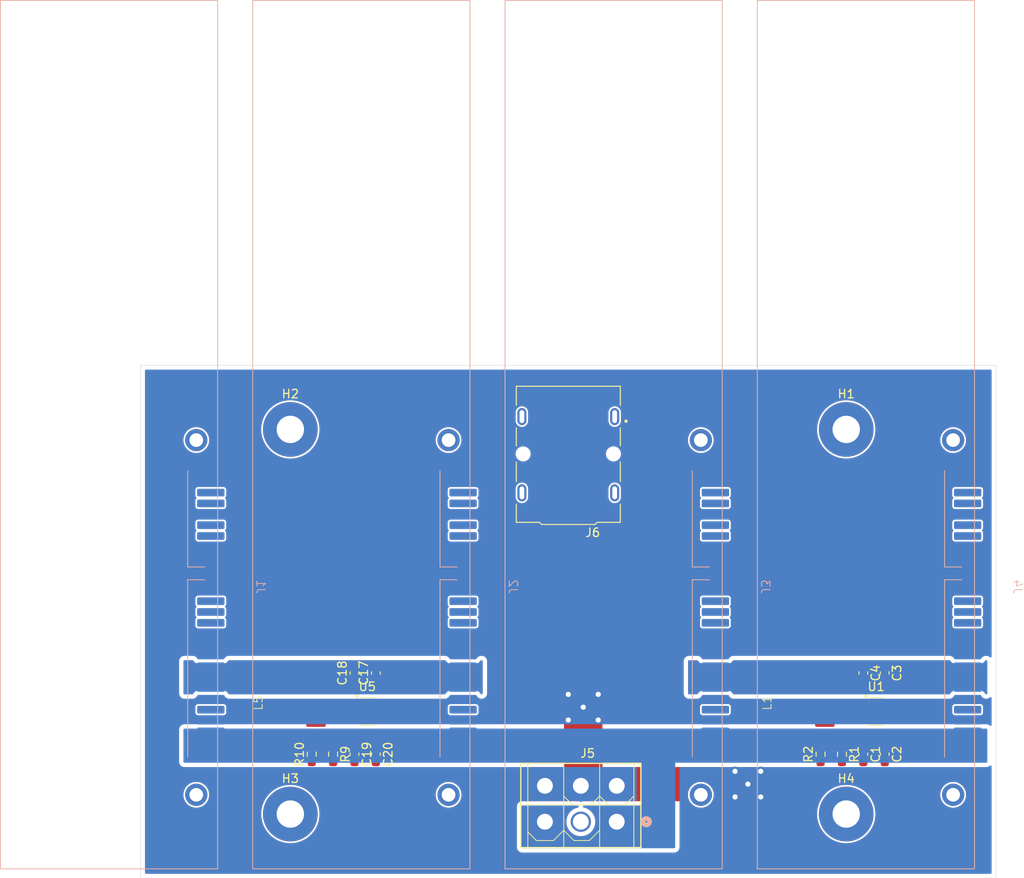
<source format=kicad_pcb>
(kicad_pcb (version 20241229) (generator "pcbnew") (generator_version "9.0")
  (layers (0 "F.Cu" signal) (2 "B.Cu" signal) (13 "F.Paste" user) (15 "B.Paste" user) (5 "F.SilkS" user "F.Silkscreen") (7 "B.SilkS" user "B.Silkscreen") (1 "F.Mask" user) (3 "B.Mask" user) (25 "Edge.Cuts" user))
  (net 0 "")
  (net 1 "GND")
  (net 2 "+5V_1")
  (net 3 "/S1_B+")
  (net 4 "/S1_B-")
  (net 5 "+3.3V")
  (net 6 "+12V")
  (net 8 "/S1_A+")
  (net 9 "/S1_A-")
  (net 10 "/S2_A+")
  (net 11 "+5V_2")
  (net 12 "/S2_B-")
  (net 14 "/S2_A-")
  (net 15 "/S2_B+")
  (net 17 "/S3_B-")
  (net 18 "/S3_A-")
  (net 19 "/S3_A+")
  (net 20 "/S3_B+")
  (net 21 "Net-(U1-VBST)")
  (net 23 "/S4_A-")
  (net 24 "/S4_B+")
  (net 25 "/S4_A+")
  (net 26 "/S4_B-")
  (net 27 "Net-(U1-SW)")
  (net 28 "Net-(U5-VBST)")
  (net 29 "Net-(U5-SW)")
  (net 30 "Net-(U1-VFB)")
  (net 31 "Net-(U5-VFB)")
  (footprint "MountingHole:MountingHole_3.2mm_M3_Pad" (layer "F.Cu") (at 155 120)
    (property "Reference" "H3" (at 0 -4.15 0) (layer "F.SilkS"))
    (property "Value" "MountingHole")
    (pad "1" thru_hole circle (at 0 0) (size 6.4 6.4) (drill 3.2) (layers "*.Cu" "*.Mask"))
  )
  (footprint "Capacitor_SMD:C_0603_1608Metric_Pad1.08x0.95mm_HandSolder" (layer "F.Cu") (at 222 103.5 -90)
    (property "Reference" "C4" (at 0 -1.43 90) (layer "F.SilkS"))
    (property "Value" "22uF")
    (fp_line (start -0.146267 0.51) (end 0.146267 0.51) (stroke (width 0.12)) (layer "F.SilkS"))
    (fp_line (start -0.146267 -0.51) (end 0.146267 -0.51) (stroke (width 0.12)) (layer "F.SilkS"))
    (pad "1" smd roundrect (at -0.8625 0 270) (size 1.075 0.95) (layers "F.Cu" "F.Mask" "F.Paste") (net 1 "GND"))
    (pad "2" smd roundrect (at 0.8625 0 270) (size 1.075 0.95) (layers "F.Cu" "F.Mask" "F.Paste") (net 11 "+5V_2"))
  )
  (footprint "00-Local:SL0420" (layer "F.Cu") (at 217.5 107 90)
    (property "Reference" "L1" (at 0 -6.75 90) (layer "F.SilkS") (effects (font (thickness 0.1))))
    (property "Value" "3.3uH 20mOhm")
    (pad "1" smd roundrect (at -2.1 0 90) (size 1.4 2.3) (layers "F.Cu" "F.Mask" "F.Paste") (roundrect_rratio 0.15) (net 27 "Net-(U1-SW)"))
    (pad "2" smd roundrect (at 2.1 0 90) (size 1.4 2.3) (layers "F.Cu" "F.Mask" "F.Paste") (roundrect_rratio 0.15) (net 11 "+5V_2"))
  )
  (footprint "MountingHole:MountingHole_3.2mm_M3_Pad" (layer "F.Cu") (at 220 75)
    (property "Reference" "H1" (at 0 -4.15 0) (layer "F.SilkS"))
    (property "Value" "MountingHole")
    (pad "1" thru_hole circle (at 0 0) (size 6.4 6.4) (drill 3.2) (layers "*.Cu" "*.Mask"))
  )
  (footprint "00-Local:AMPHENOL_G40H3132212HR" (layer "F.Cu") (at 187.5 78.5 180)
    (property "Reference" "J6" (at -2.8575 -8.5725 0) (layer "F.SilkS"))
    (property "Value" "G40H3132212HR")
    (fp_line (start 6.08 6.314) (end 6.08 8.55) (stroke (width 0.127)) (layer "F.SilkS"))
    (fp_line (start 6.08 1.574) (end 6.08 3.686) (stroke (width 0.127)) (layer "F.SilkS"))
    (fp_line (start 6.08 -2.606) (end 6.08 -0.304) (stroke (width 0.127)) (layer "F.SilkS"))
    (fp_line (start 6.08 -7.37) (end 6.08 -5.234) (stroke (width 0.127)) (layer "F.SilkS"))
    (fp_line (start 3.375 -7.37) (end 6.08 -7.37) (stroke (width 0.127)) (layer "F.SilkS"))
    (fp_line (start 3.125 -7.62) (end 3.375 -7.37) (stroke (width 0.127)) (layer "F.SilkS"))
    (fp_line (start -3.125 -7.62) (end 3.125 -7.62) (stroke (width 0.127)) (layer "F.SilkS"))
    (fp_line (start -3.375 -7.37) (end -3.125 -7.62) (stroke (width 0.127)) (layer "F.SilkS"))
    (fp_line (start -6.08 8.55) (end 6.08 8.55) (stroke (width 0.127)) (layer "F.SilkS"))
    (fp_line (start -6.08 6.314) (end -6.08 8.55) (stroke (width 0.127)) (layer "F.SilkS"))
    (fp_line (start -6.08 1.574) (end -6.08 3.686) (stroke (width 0.127)) (layer "F.SilkS"))
    (fp_line (start -6.08 -2.606) (end -6.08 -0.304) (stroke (width 0.127)) (layer "F.SilkS"))
    (fp_line (start -6.08 -7.37) (end -3.375 -7.37) (stroke (width 0.127)) (layer "F.SilkS"))
    (fp_line (start -6.08 -7.37) (end -6.08 -5.234) (stroke (width 0.127)) (layer "F.SilkS"))
    (fp_circle (center -6.75 4.465) (end -6.65 4.465) (stroke (width 0.2)) (fill no) (layer "F.SilkS"))
    (pad "" np_thru_hole circle (at -5.28 0.635 180) (size 1.25 1.25) (drill 1.25) (layers "*.Cu" "*.Mask"))
    (pad "" np_thru_hole circle (at 5.28 0.635 180) (size 1.25 1.25) (drill 1.25) (layers "*.Cu" "*.Mask"))
    (pad "A1" smd rect (at -3 4.465 180) (size 0.35 1.2) (layers "F.Cu" "F.Mask" "F.Paste"))
    (pad "A2" smd rect (at -2.25 4.465 180) (size 0.35 1.2) (layers "F.Cu" "F.Mask" "F.Paste"))
    (pad "A3" smd rect (at -1.5 4.465 180) (size 0.35 1.2) (layers "F.Cu" "F.Mask" "F.Paste") (net 1 "GND"))
    (pad "A4" smd rect (at -0.75 4.465 180) (size 0.35 1.2) (layers "F.Cu" "F.Mask" "F.Paste") (net 4 "/S1_B-"))
    (pad "A5" smd rect (at 0 4.465 180) (size 0.35 1.2) (layers "F.Cu" "F.Mask" "F.Paste") (net 3 "/S1_B+"))
    (pad "A6" smd rect (at 0.75 4.465 180) (size 0.35 1.2) (layers "F.Cu" "F.Mask" "F.Paste") (net 1 "GND"))
    (pad "A7" smd rect (at 1.5 4.465 180) (size 0.35 1.2) (layers "F.Cu" "F.Mask" "F.Paste") (net 17 "/S3_B-"))
    (pad "A8" smd rect (at 2.25 4.465 180) (size 0.35 1.2) (layers "F.Cu" "F.Mask" "F.Paste") (net 20 "/S3_B+"))
    (pad "A9" smd rect (at 3 4.465 180) (size 0.35 1.2) (layers "F.Cu" "F.Mask" "F.Paste") (net 1 "GND"))
    (pad "B1" smd rect (at -3 1.765 180) (size 0.35 1.2) (layers "F.Cu" "F.Mask" "F.Paste"))
    (pad "B2" smd rect (at -2.25 1.765 180) (size 0.35 1.2) (layers "F.Cu" "F.Mask" "F.Paste"))
    (pad "B3" smd rect (at -1.5 1.765 180) (size 0.35 1.2) (layers "F.Cu" "F.Mask" "F.Paste") (net 1 "GND"))
    (pad "B4" smd rect (at -0.75 1.765 180) (size 0.35 1.2) (layers "F.Cu" "F.Mask" "F.Paste") (net 25 "/S4_A+"))
    (pad "B5" smd rect (at 0 1.765 180) (size 0.35 1.2) (layers "F.Cu" "F.Mask" "F.Paste") (net 23 "/S4_A-"))
    (pad "B6" smd rect (at 0.75 1.765 180) (size 0.35 1.2) (layers "F.Cu" "F.Mask" "F.Paste") (net 1 "GND"))
    (pad "B7" smd rect (at 1.5 1.765 180) (size 0.35 1.2) (layers "F.Cu" "F.Mask" "F.Paste") (net 26 "/S4_B-"))
    (pad "B8" smd rect (at 2.25 1.765 180) (size 0.35 1.2) (layers "F.Cu" "F.Mask" "F.Paste") (net 24 "/S4_B+"))
    (pad "B9" smd rect (at 3 1.765 180) (size 0.35 1.2) (layers "F.Cu" "F.Mask" "F.Paste") (net 1 "GND"))
    (pad "C1" smd rect (at -3 -1.765 180) (size 0.35 1.2) (layers "F.Cu" "F.Mask" "F.Paste"))
    (pad "C2" smd rect (at -2.25 -1.765 180) (size 0.35 1.2) (layers "F.Cu" "F.Mask" "F.Paste"))
    (pad "C3" smd rect (at -1.5 -1.765 180) (size 0.35 1.2) (layers "F.Cu" "F.Mask" "F.Paste") (net 1 "GND"))
    (pad "C4" smd rect (at -0.75 -1.765 180) (size 0.35 1.2) (layers "F.Cu" "F.Mask" "F.Paste") (net 8 "/S1_A+"))
    (pad "C5" smd rect (at 0 -1.765 180) (size 0.35 1.2) (layers "F.Cu" "F.Mask" "F.Paste") (net 9 "/S1_A-"))
    (pad "C6" smd rect (at 0.75 -1.765 180) (size 0.35 1.2) (layers "F.Cu" "F.Mask" "F.Paste") (net 1 "GND"))
    (pad "C7" smd rect (at 1.5 -1.765 180) (size 0.35 1.2) (layers "F.Cu" "F.Mask" "F.Paste") (net 19 "/S3_A+"))
    (pad "C8" smd rect (at 2.25 -1.765 180) (size 0.35 1.2) (layers "F.Cu" "F.Mask" "F.Paste") (net 18 "/S3_A-"))
    (pad "C9" smd rect (at 3 -1.765 180) (size 0.35 1.2) (layers "F.Cu" "F.Mask" "F.Paste") (net 1 "GND"))
    (pad "D1" smd rect (at -3 -4.465 180) (size 0.35 1.2) (layers "F.Cu" "F.Mask" "F.Paste"))
    (pad "D2" smd rect (at -2.25 -4.465 180) (size 0.35 1.2) (layers "F.Cu" "F.Mask" "F.Paste"))
    (pad "D3" smd rect (at -1.5 -4.465 180) (size 0.35 1.2) (layers "F.Cu" "F.Mask" "F.Paste") (net 1 "GND"))
    (pad "D4" smd rect (at -0.75 -4.465 180) (size 0.35 1.2) (layers "F.Cu" "F.Mask" "F.Paste") (net 10 "/S2_A+"))
    (pad "D5" smd rect (at 0 -4.465 180) (size 0.35 1.2) (layers "F.Cu" "F.Mask" "F.Paste") (net 14 "/S2_A-"))
    (pad "D6" smd rect (at 0.75 -4.465 180) (size 0.35 1.2) (layers "F.Cu" "F.Mask" "F.Paste") (net 1 "GND"))
    (pad "D7" smd rect (at 1.5 -4.465 180) (size 0.35 1.2) (layers "F.Cu" "F.Mask" "F.Paste") (net 12 "/S2_B-"))
    (pad "D8" smd rect (at 2.25 -4.465 180) (size 0.35 1.2) (layers "F.Cu" "F.Mask" "F.Paste") (net 15 "/S2_B+"))
    (pad "D9" smd rect (at 3 -4.465 180) (size 0.35 1.2) (layers "F.Cu" "F.Mask" "F.Paste") (net 1 "GND"))
    (pad "SH1" thru_hole oval (at -5.425 -3.92 180) (size 1.05 2) (drill oval 0.55 1.5) (layers "*.Cu" "*.Mask"))
    (pad "SH2" thru_hole oval (at 5.425 -3.92 180) (size 1.05 2) (drill oval 0.55 1.5) (layers "*.Cu" "*.Mask"))
    (pad "SH3" thru_hole oval (at -5.425 5 180) (size 1.05 2) (drill oval 0.55 1.5) (layers "*.Cu" "*.Mask"))
    (pad "SH4" thru_hole oval (at 5.425 5 180) (size 1.05 2) (drill oval 0.55 1.5) (layers "*.Cu" "*.Mask"))
  )
  (footprint "Capacitor_SMD:C_0603_1608Metric_Pad1.08x0.95mm_HandSolder" (layer "F.Cu") (at 162.5 113 -90)
    (property "Reference" "C19" (at 0 -1.43 90) (layer "F.SilkS"))
    (property "Value" "10uF")
    (fp_line (start -0.146267 0.51) (end 0.146267 0.51) (stroke (width 0.12)) (layer "F.SilkS"))
    (fp_line (start -0.146267 -0.51) (end 0.146267 -0.51) (stroke (width 0.12)) (layer "F.SilkS"))
    (pad "1" smd roundrect (at -0.8625 0 270) (size 1.075 0.95) (layers "F.Cu" "F.Mask" "F.Paste") (net 6 "+12V"))
    (pad "2" smd roundrect (at 0.8625 0 270) (size 1.075 0.95) (layers "F.Cu" "F.Mask" "F.Paste") (net 1 "GND"))
  )
  (footprint "00-Local:SL0420" (layer "F.Cu") (at 158 107 90)
    (property "Reference" "L5" (at 0 -6.75 90) (layer "F.SilkS") (effects (font (thickness 0.1))))
    (property "Value" "3.3uH 20mOhm")
    (pad "1" smd roundrect (at -2.1 0 90) (size 1.4 2.3) (layers "F.Cu" "F.Mask" "F.Paste") (roundrect_rratio 0.15) (net 29 "Net-(U5-SW)"))
    (pad "2" smd roundrect (at 2.1 0 90) (size 1.4 2.3) (layers "F.Cu" "F.Mask" "F.Paste") (roundrect_rratio 0.15) (net 2 "+5V_1"))
  )
  (footprint "Capacitor_SMD:C_0603_1608Metric_Pad1.08x0.95mm_HandSolder" (layer "F.Cu") (at 224.5 113 -90)
    (property "Reference" "C2" (at 0 -1.43 90) (layer "F.SilkS"))
    (property "Value" "100nF")
    (fp_line (start -0.146267 0.51) (end 0.146267 0.51) (stroke (width 0.12)) (layer "F.SilkS"))
    (fp_line (start -0.146267 -0.51) (end 0.146267 -0.51) (stroke (width 0.12)) (layer "F.SilkS"))
    (pad "1" smd roundrect (at -0.8625 0 270) (size 1.075 0.95) (layers "F.Cu" "F.Mask" "F.Paste") (net 6 "+12V"))
    (pad "2" smd roundrect (at 0.8625 0 270) (size 1.075 0.95) (layers "F.Cu" "F.Mask" "F.Paste") (net 1 "GND"))
  )
  (footprint "Package_TO_SOT_SMD:SOT-23-6_Handsoldering" (layer "F.Cu") (at 164 108)
    (property "Reference" "U5" (at 0 -2.9 0) (layer "F.SilkS"))
    (property "Value" "TPS563201DDCR")
    (fp_line (start -0.9 1.61) (end 0.9 1.61) (stroke (width 0.12)) (layer "F.SilkS"))
    (fp_line (start 0.1 -1.61) (end -0.7 -1.61) (stroke (width 0.12)) (layer "F.SilkS"))
    (fp_line (start 0.1 -1.61) (end 0.9 -1.61) (stroke (width 0.12)) (layer "F.SilkS"))
    (fp_poly (pts (xy -1.2 -1.56) (xy -1.44 -1.89) (xy -0.96 -1.89) (xy -1.2 -1.56)) (stroke (width 0.12)) (fill yes) (layer "F.SilkS"))
    (pad "1" smd roundrect (at -1.35 -0.95) (size 1.56 0.65) (layers "F.Cu" "F.Mask" "F.Paste") (net 1 "GND"))
    (pad "2" smd roundrect (at -1.35 0) (size 1.56 0.65) (layers "F.Cu" "F.Mask" "F.Paste") (net 29 "Net-(U5-SW)"))
    (pad "3" smd roundrect (at -1.35 0.95) (size 1.56 0.65) (layers "F.Cu" "F.Mask" "F.Paste") (net 6 "+12V"))
    (pad "4" smd roundrect (at 1.35 0.95) (size 1.56 0.65) (layers "F.Cu" "F.Mask" "F.Paste") (net 31 "Net-(U5-VFB)"))
    (pad "5" smd roundrect (at 1.35 0) (size 1.56 0.65) (layers "F.Cu" "F.Mask" "F.Paste") (net 6 "+12V"))
    (pad "6" smd roundrect (at 1.35 -0.95) (size 1.56 0.65) (layers "F.Cu" "F.Mask" "F.Paste") (net 28 "Net-(U5-VBST)"))
  )
  (footprint "Resistor_SMD:R_0603_1608Metric_Pad0.98x0.95mm_HandSolder" (layer "F.Cu") (at 219.5 113 -90)
    (property "Reference" "R1" (at 0 -1.43 90) (layer "F.SilkS"))
    (property "Value" "10k")
    (fp_line (start -0.254724 0.5225) (end 0.254724 0.5225) (stroke (width 0.12)) (layer "F.SilkS"))
    (fp_line (start -0.254724 -0.5225) (end 0.254724 -0.5225) (stroke (width 0.12)) (layer "F.SilkS"))
    (pad "1" smd roundrect (at -0.9125 0 270) (size 0.975 0.95) (layers "F.Cu" "F.Mask" "F.Paste") (net 30 "Net-(U1-VFB)"))
    (pad "2" smd roundrect (at 0.9125 0 270) (size 0.975 0.95) (layers "F.Cu" "F.Mask" "F.Paste") (net 1 "GND"))
  )
  (footprint "Capacitor_SMD:C_0603_1608Metric_Pad1.08x0.95mm_HandSolder" (layer "F.Cu") (at 165 113 -90)
    (property "Reference" "C20" (at 0 -1.43 90) (layer "F.SilkS"))
    (property "Value" "100nF")
    (fp_line (start -0.146267 0.51) (end 0.146267 0.51) (stroke (width 0.12)) (layer "F.SilkS"))
    (fp_line (start -0.146267 -0.51) (end 0.146267 -0.51) (stroke (width 0.12)) (layer "F.SilkS"))
    (pad "1" smd roundrect (at -0.8625 0 270) (size 1.075 0.95) (layers "F.Cu" "F.Mask" "F.Paste") (net 6 "+12V"))
    (pad "2" smd roundrect (at 0.8625 0 270) (size 1.075 0.95) (layers "F.Cu" "F.Mask" "F.Paste") (net 1 "GND"))
  )
  (footprint "MountingHole:MountingHole_3.2mm_M3_Pad" (layer "F.Cu") (at 155 75)
    (property "Reference" "H2" (at 0 -4.15 0) (layer "F.SilkS"))
    (property "Value" "MountingHole")
    (pad "1" thru_hole circle (at 0 0) (size 6.4 6.4) (drill 3.2) (layers "*.Cu" "*.Mask"))
  )
  (footprint "Resistor_SMD:R_0603_1608Metric_Pad0.98x0.95mm_HandSolder" (layer "F.Cu") (at 217 113 90)
    (property "Reference" "R2" (at 0 -1.43 90) (layer "F.SilkS"))
    (property "Value" "56.2k")
    (fp_line (start -0.254724 -0.5225) (end 0.254724 -0.5225) (stroke (width 0.12)) (layer "F.SilkS"))
    (fp_line (start -0.254724 0.5225) (end 0.254724 0.5225) (stroke (width 0.12)) (layer "F.SilkS"))
    (pad "1" smd roundrect (at -0.9125 0 90) (size 0.975 0.95) (layers "F.Cu" "F.Mask" "F.Paste") (net 30 "Net-(U1-VFB)"))
    (pad "2" smd roundrect (at 0.9125 0 90) (size 0.975 0.95) (layers "F.Cu" "F.Mask" "F.Paste") (net 11 "+5V_2"))
  )
  (footprint "Capacitor_SMD:C_0603_1608Metric_Pad1.08x0.95mm_HandSolder" (layer "F.Cu") (at 165 103.5 90)
    (property "Reference" "C17" (at 0 -1.43 90) (layer "F.SilkS"))
    (property "Value" "100nF")
    (fp_line (start -0.146267 -0.51) (end 0.146267 -0.51) (stroke (width 0.12)) (layer "F.SilkS"))
    (fp_line (start -0.146267 0.51) (end 0.146267 0.51) (stroke (width 0.12)) (layer "F.SilkS"))
    (pad "1" smd roundrect (at -0.8625 0 90) (size 1.075 0.95) (layers "F.Cu" "F.Mask" "F.Paste") (net 29 "Net-(U5-SW)"))
    (pad "2" smd roundrect (at 0.8625 0 90) (size 1.075 0.95) (layers "F.Cu" "F.Mask" "F.Paste") (net 28 "Net-(U5-VBST)"))
  )
  (footprint "Capacitor_SMD:C_0603_1608Metric_Pad1.08x0.95mm_HandSolder" (layer "F.Cu") (at 162.5 103.5 90)
    (property "Reference" "C18" (at 0 -1.43 90) (layer "F.SilkS"))
    (property "Value" "22uF")
    (fp_line (start -0.146267 -0.51) (end 0.146267 -0.51) (stroke (width 0.12)) (layer "F.SilkS"))
    (fp_line (start -0.146267 0.51) (end 0.146267 0.51) (stroke (width 0.12)) (layer "F.SilkS"))
    (pad "1" smd roundrect (at -0.8625 0 90) (size 1.075 0.95) (layers "F.Cu" "F.Mask" "F.Paste") (net 1 "GND"))
    (pad "2" smd roundrect (at 0.8625 0 90) (size 1.075 0.95) (layers "F.Cu" "F.Mask" "F.Paste") (net 2 "+5V_1"))
  )
  (footprint "Resistor_SMD:R_0603_1608Metric_Pad0.98x0.95mm_HandSolder" (layer "F.Cu") (at 160 113 -90)
    (property "Reference" "R9" (at 0 -1.43 90) (layer "F.SilkS"))
    (property "Value" "10k")
    (fp_line (start -0.254724 0.5225) (end 0.254724 0.5225) (stroke (width 0.12)) (layer "F.SilkS"))
    (fp_line (start -0.254724 -0.5225) (end 0.254724 -0.5225) (stroke (width 0.12)) (layer "F.SilkS"))
    (pad "1" smd roundrect (at -0.9125 0 270) (size 0.975 0.95) (layers "F.Cu" "F.Mask" "F.Paste") (net 31 "Net-(U5-VFB)"))
    (pad "2" smd roundrect (at 0.9125 0 270) (size 0.975 0.95) (layers "F.Cu" "F.Mask" "F.Paste") (net 1 "GND"))
  )
  (footprint "Resistor_SMD:R_0603_1608Metric_Pad0.98x0.95mm_HandSolder" (layer "F.Cu") (at 157.5 113 90)
    (property "Reference" "R10" (at 0 -1.43 90) (layer "F.SilkS"))
    (property "Value" "56.2k")
    (fp_line (start -0.254724 -0.5225) (end 0.254724 -0.5225) (stroke (width 0.12)) (layer "F.SilkS"))
    (fp_line (start -0.254724 0.5225) (end 0.254724 0.5225) (stroke (width 0.12)) (layer "F.SilkS"))
    (pad "1" smd roundrect (at -0.9125 0 90) (size 0.975 0.95) (layers "F.Cu" "F.Mask" "F.Paste") (net 31 "Net-(U5-VFB)"))
    (pad "2" smd roundrect (at 0.9125 0 90) (size 0.975 0.95) (layers "F.Cu" "F.Mask" "F.Paste") (net 2 "+5V_1"))
  )
  (footprint "Capacitor_SMD:C_0603_1608Metric_Pad1.08x0.95mm_HandSolder" (layer "F.Cu") (at 222 113 -90)
    (property "Reference" "C1" (at 0 -1.43 90) (layer "F.SilkS"))
    (property "Value" "10uF")
    (fp_line (start -0.146267 0.51) (end 0.146267 0.51) (stroke (width 0.12)) (layer "F.SilkS"))
    (fp_line (start -0.146267 -0.51) (end 0.146267 -0.51) (stroke (width 0.12)) (layer "F.SilkS"))
    (pad "1" smd roundrect (at -0.8625 0 270) (size 1.075 0.95) (layers "F.Cu" "F.Mask" "F.Paste") (net 6 "+12V"))
    (pad "2" smd roundrect (at 0.8625 0 270) (size 1.075 0.95) (layers "F.Cu" "F.Mask" "F.Paste") (net 1 "GND"))
  )
  (footprint "00-Local:CONN_SD-45718-001_MOL" (layer "F.Cu") (at 193.166599 120.899401)
    (property "Reference" "J5" (at -3.4 -8 0) (layer "F.SilkS"))
    (property "Value" "457180002")
    (fp_line (start -11.223099 -6.827001) (end -11.223099 3.028199) (stroke (width 0.1524)) (layer "F.SilkS"))
    (fp_line (start -11.223099 3.028199) (end 2.823101 3.028199) (stroke (width 0.1524)) (layer "F.SilkS"))
    (fp_line (start -11.1231 -2) (end 2.8 -2) (stroke (width 0.1)) (layer "F.SilkS"))
    (fp_line (start -10.4 1.2) (end -9.4 2.2) (stroke (width 0.1)) (layer "F.SilkS"))
    (fp_line (start -10.4 3) (end -10.4 -6.8) (stroke (width 0.1)) (layer "F.SilkS"))
    (fp_line (start -9.4 2.2) (end -7.4 2.2) (stroke (width 0.1)) (layer "F.SilkS"))
    (fp_line (start -7.4 2.2) (end -6.2 1) (stroke (width 0.1)) (layer "F.SilkS"))
    (fp_line (start -6.2 -6.8) (end -6.2 3) (stroke (width 0.1)) (layer "F.SilkS"))
    (fp_line (start -6.2 -3) (end -5.2 -2) (stroke (width 0.1)) (layer "F.SilkS"))
    (fp_line (start -6.2 1) (end -5 2.2) (stroke (width 0.1)) (layer "F.SilkS"))
    (fp_line (start -5.2 -2) (end -3 -2) (stroke (width 0.1)) (layer "F.SilkS"))
    (fp_line (start -5 2.2) (end -3.2 2.2) (stroke (width 0.1)) (layer "F.SilkS"))
    (fp_line (start -3.2 2.2) (end -2 1) (stroke (width 0.1)) (layer "F.SilkS"))
    (fp_line (start -3 -2) (end -2 -3) (stroke (width 0.1)) (layer "F.SilkS"))
    (fp_line (start -2 -3) (end -1 -2) (stroke (width 0.1)) (layer "F.SilkS"))
    (fp_line (start -2 3) (end -2 -6.8) (stroke (width 0.1)) (layer "F.SilkS"))
    (fp_line (start -1 -2) (end 1 -2) (stroke (width 0.1)) (layer "F.SilkS"))
    (fp_line (start 1 -2) (end 2 -3) (stroke (width 0.1)) (layer "F.SilkS"))
    (fp_line (start 2 -6.8) (end 2 3) (stroke (width 0.1)) (layer "F.SilkS"))
    (fp_line (start 2.823101 -6.827001) (end -11.223099 -6.827001) (stroke (width 0.1524)) (layer "F.SilkS"))
    (fp_line (start 2.823101 3.028199) (end 2.823101 -6.827001) (stroke (width 0.1524)) (layer "F.SilkS"))
    (fp_circle (center 3.458101 0) (end 3.839101 0) (stroke (width 0.508)) (fill no) (layer "F.SilkS"))
    (fp_circle (center 3.458101 0) (end 3.839101 0) (stroke (width 0.508)) (fill no) (layer "B.SilkS"))
    (pad "1" thru_hole circle (at 0 0) (size 2.3622 2.3622) (drill 1.8542) (layers "*.Cu" "*.Mask") (net 6 "+12V"))
    (pad "2" thru_hole circle (at -4.199999 0) (size 2.3622 2.3622) (drill 1.8542) (layers "*.Cu" "*.Mask"))
    (pad "3" thru_hole circle (at -8.399998 0) (size 2.3622 2.3622) (drill 1.8542) (layers "*.Cu" "*.Mask") (net 6 "+12V"))
    (pad "4" thru_hole circle (at 0 -4.199998) (size 2.3622 2.3622) (drill 1.8542) (layers "*.Cu" "*.Mask") (net 1 "GND"))
    (pad "5" thru_hole circle (at -4.199999 -4.199998) (size 2.3622 2.3622) (drill 1.8542) (layers "*.Cu" "*.Mask") (net 1 "GND"))
    (pad "6" thru_hole circle (at -8.399998 -4.199998) (size 2.3622 2.3622) (drill 1.8542) (layers "*.Cu" "*.Mask") (net 1 "GND"))
  )
  (footprint "Package_TO_SOT_SMD:SOT-23-6_Handsoldering" (layer "F.Cu") (at 223.5 108)
    (property "Reference" "U1" (at 0 -2.9 0) (layer "F.SilkS"))
    (property "Value" "TPS563201DDCR")
    (fp_line (start -0.9 1.61) (end 0.9 1.61) (stroke (width 0.12)) (layer "F.SilkS"))
    (fp_line (start 0.1 -1.61) (end -0.7 -1.61) (stroke (width 0.12)) (layer "F.SilkS"))
    (fp_line (start 0.1 -1.61) (end 0.9 -1.61) (stroke (width 0.12)) (layer "F.SilkS"))
    (fp_poly (pts (xy -1.2 -1.56) (xy -1.44 -1.89) (xy -0.96 -1.89) (xy -1.2 -1.56)) (stroke (width 0.12)) (fill yes) (layer "F.SilkS"))
    (pad "1" smd roundrect (at -1.35 -0.95) (size 1.56 0.65) (layers "F.Cu" "F.Mask" "F.Paste") (net 1 "GND"))
    (pad "2" smd roundrect (at -1.35 0) (size 1.56 0.65) (layers "F.Cu" "F.Mask" "F.Paste") (net 27 "Net-(U1-SW)"))
    (pad "3" smd roundrect (at -1.35 0.95) (size 1.56 0.65) (layers "F.Cu" "F.Mask" "F.Paste") (net 6 "+12V"))
    (pad "4" smd roundrect (at 1.35 0.95) (size 1.56 0.65) (layers "F.Cu" "F.Mask" "F.Paste") (net 30 "Net-(U1-VFB)"))
    (pad "5" smd roundrect (at 1.35 0) (size 1.56 0.65) (layers "F.Cu" "F.Mask" "F.Paste") (net 6 "+12V"))
    (pad "6" smd roundrect (at 1.35 -0.95) (size 1.56 0.65) (layers "F.Cu" "F.Mask" "F.Paste") (net 21 "Net-(U1-VBST)"))
  )
  (footprint "MountingHole:MountingHole_3.2mm_M3_Pad" (layer "F.Cu") (at 220 120)
    (property "Reference" "H4" (at 0 -4.15 0) (layer "F.SilkS"))
    (property "Value" "MountingHole")
    (pad "1" thru_hole circle (at 0 0) (size 6.4 6.4) (drill 3.2) (layers "*.Cu" "*.Mask"))
  )
  (footprint "Capacitor_SMD:C_0603_1608Metric_Pad1.08x0.95mm_HandSolder" (layer "F.Cu") (at 224.5 103.5 -90)
    (property "Reference" "C3" (at 0 -1.43 90) (layer "F.SilkS"))
    (property "Value" "100nF")
    (fp_line (start -0.146267 0.51) (end 0.146267 0.51) (stroke (width 0.12)) (layer "F.SilkS"))
    (fp_line (start -0.146267 -0.51) (end 0.146267 -0.51) (stroke (width 0.12)) (layer "F.SilkS"))
    (pad "1" smd roundrect (at -0.8625 0 270) (size 1.075 0.95) (layers "F.Cu" "F.Mask" "F.Paste") (net 27 "Net-(U1-SW)"))
    (pad "2" smd roundrect (at 0.8625 0 270) (size 1.075 0.95) (layers "F.Cu" "F.Mask" "F.Paste") (net 21 "Net-(U1-VBST)"))
  )
  (footprint "00-Local:Sata+15P" (layer "B.Cu") (at 204.5 97 90)
    (property "Reference" "J3" (at 3.59 6.05 270) (layer "B.SilkS") (effects (font (thickness 0.1)) (justify mirror)))
    (property "Value" "~")
    (fp_line (start 17.16 -2.5) (end 5.91 -2.5) (stroke (width 0.1)) (layer "B.SilkS"))
    (fp_line (start 5.91 -2.5) (end 5.91 -0.5) (stroke (width 0.1)) (layer "B.SilkS"))
    (fp_line (start 4.41 -2.5) (end -16.34 -2.5) (stroke (width 0.1)) (layer "B.SilkS"))
    (fp_line (start 4.41 -0.5) (end 4.41 -2.5) (stroke (width 0.1)) (layer "B.SilkS"))
    (fp_rect (start 72.19 1) (end -29.41 -24.4) (stroke (width 0.1)) (fill no) (layer "B.SilkS"))
    (pad "" thru_hole circle (at -20.75 -1.5 90) (size 2.6 2.6) (drill 1.6) (layers "*.Cu" "*.Mask"))
    (pad "" thru_hole circle (at 20.75 -1.5 90) (size 2.6 2.6) (drill 1.6) (layers "*.Cu" "*.Mask"))
    (pad "1" smd roundrect (at 15.88 0.2 90) (size 0.9 3.2) (layers "B.Cu" "B.Mask" "B.Paste") (roundrect_rratio 0.15625) (net 1 "GND"))
    (pad "2" smd roundrect (at 14.61 0.2 90) (size 0.9 3.2) (layers "B.Cu" "B.Mask" "B.Paste") (roundrect_rratio 0.15625) (net 19 "/S3_A+"))
    (pad "3" smd roundrect (at 13.34 0.2 90) (size 0.9 3.2) (layers "B.Cu" "B.Mask" "B.Paste") (roundrect_rratio 0.15625) (net 18 "/S3_A-"))
    (pad "4" smd roundrect (at 12.07 0.2 90) (size 0.9 3.2) (layers "B.Cu" "B.Mask" "B.Paste") (roundrect_rratio 0.15625) (net 1 "GND"))
    (pad "5" smd roundrect (at 10.8 0.2 90) (size 0.9 3.2) (layers "B.Cu" "B.Mask" "B.Paste") (roundrect_rratio 0.15625) (net 17 "/S3_B-"))
    (pad "6" smd roundrect (at 9.53 0.2 90) (size 0.9 3.2) (layers "B.Cu" "B.Mask" "B.Paste") (roundrect_rratio 0.15625) (net 20 "/S3_B+"))
    (pad "7" smd roundrect (at 8.26 0.2 90) (size 0.9 3.2) (layers "B.Cu" "B.Mask" "B.Paste") (roundrect_rratio 0.15625) (net 1 "GND"))
    (pad "8" smd roundrect (at 1.91 0.2 90) (size 0.9 3.2) (layers "B.Cu" "B.Mask" "B.Paste") (roundrect_rratio 0.15625) (net 5 "+3.3V"))
    (pad "9" smd roundrect (at 0.64 0.2 90) (size 0.9 3.2) (layers "B.Cu" "B.Mask" "B.Paste") (roundrect_rratio 0.15625) (net 5 "+3.3V"))
    (pad "10" smd roundrect (at -0.63 0.2 90) (size 0.9 3.2) (layers "B.Cu" "B.Mask" "B.Paste") (roundrect_rratio 0.15625) (net 5 "+3.3V"))
    (pad "11" smd roundrect (at -1.9 0.2 90) (size 0.9 3.2) (layers "B.Cu" "B.Mask" "B.Paste") (roundrect_rratio 0.15625) (net 1 "GND"))
    (pad "12" smd roundrect (at -3.17 0.2 90) (size 0.9 3.2) (layers "B.Cu" "B.Mask" "B.Paste") (roundrect_rratio 0.15625) (net 1 "GND"))
    (pad "13" smd roundrect (at -4.44 0.2 90) (size 0.9 3.2) (layers "B.Cu" "B.Mask" "B.Paste") (roundrect_rratio 0.15625) (net 1 "GND"))
    (pad "14" smd roundrect (at -5.71 0.2 90) (size 0.9 3.2) (layers "B.Cu" "B.Mask" "B.Paste") (roundrect_rratio 0.15625) (net 11 "+5V_2"))
    (pad "15" smd roundrect (at -6.98 0.2 90) (size 0.9 3.2) (layers "B.Cu" "B.Mask" "B.Paste") (roundrect_rratio 0.15625) (net 11 "+5V_2"))
    (pad "16" smd roundrect (at -8.25 0.2 90) (size 0.9 3.2) (layers "B.Cu" "B.Mask" "B.Paste") (roundrect_rratio 0.15625) (net 11 "+5V_2"))
    (pad "17" smd roundrect (at -9.52 0.2 90) (size 0.9 3.2) (layers "B.Cu" "B.Mask" "B.Paste") (roundrect_rratio 0.15625) (net 1 "GND"))
    (pad "18" smd roundrect (at -10.79 0.2 90) (size 0.9 3.2) (layers "B.Cu" "B.Mask" "B.Paste") (roundrect_rratio 0.15625))
    (pad "19" smd roundrect (at -12.06 0.2 90) (size 0.9 3.2) (layers "B.Cu" "B.Mask" "B.Paste") (roundrect_rratio 0.15625) (net 1 "GND"))
    (pad "20" smd roundrect (at -13.33 0.2 90) (size 0.9 3.2) (layers "B.Cu" "B.Mask" "B.Paste") (roundrect_rratio 0.15625) (net 6 "+12V"))
    (pad "21" smd roundrect (at -14.6 0.2 90) (size 0.9 3.2) (layers "B.Cu" "B.Mask" "B.Paste") (roundrect_rratio 0.15625) (net 6 "+12V"))
    (pad "22" smd roundrect (at -15.87 0.2 90) (size 0.9 3.2) (layers "B.Cu" "B.Mask" "B.Paste") (roundrect_rratio 0.15625) (net 6 "+12V"))
  )
  (footprint "00-Local:Sata+15P" (layer "B.Cu") (at 175 97 90)
    (property "Reference" "J2" (at 3.59 6.05 270) (layer "B.SilkS") (effects (font (thickness 0.1)) (justify mirror)))
    (property "Value" "~")
    (fp_line (start 17.16 -2.5) (end 5.91 -2.5) (stroke (width 0.1)) (layer "B.SilkS"))
    (fp_line (start 5.91 -2.5) (end 5.91 -0.5) (stroke (width 0.1)) (layer "B.SilkS"))
    (fp_line (start 4.41 -2.5) (end -16.34 -2.5) (stroke (width 0.1)) (layer "B.SilkS"))
    (fp_line (start 4.41 -0.5) (end 4.41 -2.5) (stroke (width 0.1)) (layer "B.SilkS"))
    (fp_rect (start 72.19 1) (end -29.41 -24.4) (stroke (width 0.1)) (fill no) (layer "B.SilkS"))
    (pad "" thru_hole circle (at -20.75 -1.5 90) (size 2.6 2.6) (drill 1.6) (layers "*.Cu" "*.Mask"))
    (pad "" thru_hole circle (at 20.75 -1.5 90) (size 2.6 2.6) (drill 1.6) (layers "*.Cu" "*.Mask"))
    (pad "1" smd roundrect (at 15.88 0.2 90) (size 0.9 3.2) (layers "B.Cu" "B.Mask" "B.Paste") (roundrect_rratio 0.15625) (net 1 "GND"))
    (pad "2" smd roundrect (at 14.61 0.2 90) (size 0.9 3.2) (layers "B.Cu" "B.Mask" "B.Paste") (roundrect_rratio 0.15625) (net 10 "/S2_A+"))
    (pad "3" smd roundrect (at 13.34 0.2 90) (size 0.9 3.2) (layers "B.Cu" "B.Mask" "B.Paste") (roundrect_rratio 0.15625) (net 14 "/S2_A-"))
    (pad "4" smd roundrect (at 12.07 0.2 90) (size 0.9 3.2) (layers "B.Cu" "B.Mask" "B.Paste") (roundrect_rratio 0.15625) (net 1 "GND"))
    (pad "5" smd roundrect (at 10.8 0.2 90) (size 0.9 3.2) (layers "B.Cu" "B.Mask" "B.Paste") (roundrect_rratio 0.15625) (net 12 "/S2_B-"))
    (pad "6" smd roundrect (at 9.53 0.2 90) (size 0.9 3.2) (layers "B.Cu" "B.Mask" "B.Paste") (roundrect_rratio 0.15625) (net 15 "/S2_B+"))
    (pad "7" smd roundrect (at 8.26 0.2 90) (size 0.9 3.2) (layers "B.Cu" "B.Mask" "B.Paste") (roundrect_rratio 0.15625) (net 1 "GND"))
    (pad "8" smd roundrect (at 1.91 0.2 90) (size 0.9 3.2) (layers "B.Cu" "B.Mask" "B.Paste") (roundrect_rratio 0.15625) (net 5 "+3.3V"))
    (pad "9" smd roundrect (at 0.64 0.2 90) (size 0.9 3.2) (layers "B.Cu" "B.Mask" "B.Paste") (roundrect_rratio 0.15625) (net 5 "+3.3V"))
    (pad "10" smd roundrect (at -0.63 0.2 90) (size 0.9 3.2) (layers "B.Cu" "B.Mask" "B.Paste") (roundrect_rratio 0.15625) (net 5 "+3.3V"))
    (pad "11" smd roundrect (at -1.9 0.2 90) (size 0.9 3.2) (layers "B.Cu" "B.Mask" "B.Paste") (roundrect_rratio 0.15625) (net 1 "GND"))
    (pad "12" smd roundrect (at -3.17 0.2 90) (size 0.9 3.2) (layers "B.Cu" "B.Mask" "B.Paste") (roundrect_rratio 0.15625) (net 1 "GND"))
    (pad "13" smd roundrect (at -4.44 0.2 90) (size 0.9 3.2) (layers "B.Cu" "B.Mask" "B.Paste") (roundrect_rratio 0.15625) (net 1 "GND"))
    (pad "14" smd roundrect (at -5.71 0.2 90) (size 0.9 3.2) (layers "B.Cu" "B.Mask" "B.Paste") (roundrect_rratio 0.15625) (net 2 "+5V_1"))
    (pad "15" smd roundrect (at -6.98 0.2 90) (size 0.9 3.2) (layers "B.Cu" "B.Mask" "B.Paste") (roundrect_rratio 0.15625) (net 2 "+5V_1"))
    (pad "16" smd roundrect (at -8.25 0.2 90) (size 0.9 3.2) (layers "B.Cu" "B.Mask" "B.Paste") (roundrect_rratio 0.15625) (net 2 "+5V_1"))
    (pad "17" smd roundrect (at -9.52 0.2 90) (size 0.9 3.2) (layers "B.Cu" "B.Mask" "B.Paste") (roundrect_rratio 0.15625) (net 1 "GND"))
    (pad "18" smd roundrect (at -10.79 0.2 90) (size 0.9 3.2) (layers "B.Cu" "B.Mask" "B.Paste") (roundrect_rratio 0.15625))
    (pad "19" smd roundrect (at -12.06 0.2 90) (size 0.9 3.2) (layers "B.Cu" "B.Mask" "B.Paste") (roundrect_rratio 0.15625) (net 1 "GND"))
    (pad "20" smd roundrect (at -13.33 0.2 90) (size 0.9 3.2) (layers "B.Cu" "B.Mask" "B.Paste") (roundrect_rratio 0.15625) (net 6 "+12V"))
    (pad "21" smd roundrect (at -14.6 0.2 90) (size 0.9 3.2) (layers "B.Cu" "B.Mask" "B.Paste") (roundrect_rratio 0.15625) (net 6 "+12V"))
    (pad "22" smd roundrect (at -15.87 0.2 90) (size 0.9 3.2) (layers "B.Cu" "B.Mask" "B.Paste") (roundrect_rratio 0.15625) (net 6 "+12V"))
  )
  (footprint "00-Local:Sata+15P" (layer "B.Cu") (at 145.5 97 90)
    (property "Reference" "J1" (at 3.59 6.05 270) (layer "B.SilkS") (effects (font (thickness 0.1)) (justify mirror)))
    (property "Value" "~")
    (fp_line (start 17.16 -2.5) (end 5.91 -2.5) (stroke (width 0.1)) (layer "B.SilkS"))
    (fp_line (start 5.91 -2.5) (end 5.91 -0.5) (stroke (width 0.1)) (layer "B.SilkS"))
    (fp_line (start 4.41 -2.5) (end -16.34 -2.5) (stroke (width 0.1)) (layer "B.SilkS"))
    (fp_line (start 4.41 -0.5) (end 4.41 -2.5) (stroke (width 0.1)) (layer "B.SilkS"))
    (fp_rect (start 72.19 1) (end -29.41 -24.4) (stroke (width 0.1)) (fill no) (layer "B.SilkS"))
    (pad "" thru_hole circle (at -20.75 -1.5 90) (size 2.6 2.6) (drill 1.6) (layers "*.Cu" "*.Mask"))
    (pad "" thru_hole circle (at 20.75 -1.5 90) (size 2.6 2.6) (drill 1.6) (layers "*.Cu" "*.Mask"))
    (pad "1" smd roundrect (at 15.88 0.2 90) (size 0.9 3.2) (layers "B.Cu" "B.Mask" "B.Paste") (roundrect_rratio 0.15625) (net 1 "GND"))
    (pad "2" smd roundrect (at 14.61 0.2 90) (size 0.9 3.2) (layers "B.Cu" "B.Mask" "B.Paste") (roundrect_rratio 0.15625) (net 8 "/S1_A+"))
    (pad "3" smd roundrect (at 13.34 0.2 90) (size 0.9 3.2) (layers "B.Cu" "B.Mask" "B.Paste") (roundrect_rratio 0.15625) (net 9 "/S1_A-"))
    (pad "4" smd roundrect (at 12.07 0.2 90) (size 0.9 3.2) (layers "B.Cu" "B.Mask" "B.Paste") (roundrect_rratio 0.15625) (net 1 "GND"))
    (pad "5" smd roundrect (at 10.8 0.2 90) (size 0.9 3.2) (layers "B.Cu" "B.Mask" "B.Paste") (roundrect_rratio 0.15625) (net 4 "/S1_B-"))
    (pad "6" smd roundrect (at 9.53 0.2 90) (size 0.9 3.2) (layers "B.Cu" "B.Mask" "B.Paste") (roundrect_rratio 0.15625) (net 3 "/S1_B+"))
    (pad "7" smd roundrect (at 8.26 0.2 90) (size 0.9 3.2) (layers "B.Cu" "B.Mask" "B.Paste") (roundrect_rratio 0.15625) (net 1 "GND"))
    (pad "8" smd roundrect (at 1.91 0.2 90) (size 0.9 3.2) (layers "B.Cu" "B.Mask" "B.Paste") (roundrect_rratio 0.15625) (net 5 "+3.3V"))
    (pad "9" smd roundrect (at 0.64 0.2 90) (size 0.9 3.2) (layers "B.Cu" "B.Mask" "B.Paste") (roundrect_rratio 0.15625) (net 5 "+3.3V"))
    (pad "10" smd roundrect (at -0.63 0.2 90) (size 0.9 3.2) (layers "B.Cu" "B.Mask" "B.Paste") (roundrect_rratio 0.15625) (net 5 "+3.3V"))
    (pad "11" smd roundrect (at -1.9 0.2 90) (size 0.9 3.2) (layers "B.Cu" "B.Mask" "B.Paste") (roundrect_rratio 0.15625) (net 1 "GND"))
    (pad "12" smd roundrect (at -3.17 0.2 90) (size 0.9 3.2) (layers "B.Cu" "B.Mask" "B.Paste") (roundrect_rratio 0.15625) (net 1 "GND"))
    (pad "13" smd roundrect (at -4.44 0.2 90) (size 0.9 3.2) (layers "B.Cu" "B.Mask" "B.Paste") (roundrect_rratio 0.15625) (net 1 "GND"))
    (pad "14" smd roundrect (at -5.71 0.2 90) (size 0.9 3.2) (layers "B.Cu" "B.Mask" "B.Paste") (roundrect_rratio 0.15625) (net 2 "+5V_1"))
    (pad "15" smd roundrect (at -6.98 0.2 90) (size 0.9 3.2) (layers "B.Cu" "B.Mask" "B.Paste") (roundrect_rratio 0.15625) (net 2 "+5V_1"))
    (pad "16" smd roundrect (at -8.25 0.2 90) (size 0.9 3.2) (layers "B.Cu" "B.Mask" "B.Paste") (roundrect_rratio 0.15625) (net 2 "+5V_1"))
    (pad "17" smd roundrect (at -9.52 0.2 90) (size 0.9 3.2) (layers "B.Cu" "B.Mask" "B.Paste") (roundrect_rratio 0.15625) (net 1 "GND"))
    (pad "18" smd roundrect (at -10.79 0.2 90) (size 0.9 3.2) (layers "B.Cu" "B.Mask" "B.Paste") (roundrect_rratio 0.15625))
    (pad "19" smd roundrect (at -12.06 0.2 90) (size 0.9 3.2) (layers "B.Cu" "B.Mask" "B.Paste") (roundrect_rratio 0.15625) (net 1 "GND"))
    (pad "20" smd roundrect (at -13.33 0.2 90) (size 0.9 3.2) (layers "B.Cu" "B.Mask" "B.Paste") (roundrect_rratio 0.15625) (net 6 "+12V"))
    (pad "21" smd roundrect (at -14.6 0.2 90) (size 0.9 3.2) (layers "B.Cu" "B.Mask" "B.Paste") (roundrect_rratio 0.15625) (net 6 "+12V"))
    (pad "22" smd roundrect (at -15.87 0.2 90) (size 0.9 3.2) (layers "B.Cu" "B.Mask" "B.Paste") (roundrect_rratio 0.15625) (net 6 "+12V"))
  )
  (footprint "00-Local:Sata+15P" (layer "B.Cu") (at 234 97 90)
    (property "Reference" "J4" (at 3.59 6.05 270) (layer "B.SilkS") (effects (font (thickness 0.1)) (justify mirror)))
    (property "Value" "~")
    (fp_line (start 17.16 -2.5) (end 5.91 -2.5) (stroke (width 0.1)) (layer "B.SilkS"))
    (fp_line (start 5.91 -2.5) (end 5.91 -0.5) (stroke (width 0.1)) (layer "B.SilkS"))
    (fp_line (start 4.41 -2.5) (end -16.34 -2.5) (stroke (width 0.1)) (layer "B.SilkS"))
    (fp_line (start 4.41 -0.5) (end 4.41 -2.5) (stroke (width 0.1)) (layer "B.SilkS"))
    (fp_rect (start 72.19 1) (end -29.41 -24.4) (stroke (width 0.1)) (fill no) (layer "B.SilkS"))
    (pad "" thru_hole circle (at -20.75 -1.5 90) (size 2.6 2.6) (drill 1.6) (layers "*.Cu" "*.Mask"))
    (pad "" thru_hole circle (at 20.75 -1.5 90) (size 2.6 2.6) (drill 1.6) (layers "*.Cu" "*.Mask"))
    (pad "1" smd roundrect (at 15.88 0.2 90) (size 0.9 3.2) (layers "B.Cu" "B.Mask" "B.Paste") (roundrect_rratio 0.15625) (net 1 "GND"))
    (pad "2" smd roundrect (at 14.61 0.2 90) (size 0.9 3.2) (layers "B.Cu" "B.Mask" "B.Paste") (roundrect_rratio 0.15625) (net 25 "/S4_A+"))
    (pad "3" smd roundrect (at 13.34 0.2 90) (size 0.9 3.2) (layers "B.Cu" "B.Mask" "B.Paste") (roundrect_rratio 0.15625) (net 23 "/S4_A-"))
    (pad "4" smd roundrect (at 12.07 0.2 90) (size 0.9 3.2) (layers "B.Cu" "B.Mask" "B.Paste") (roundrect_rratio 0.15625) (net 1 "GND"))
    (pad "5" smd roundrect (at 10.8 0.2 90) (size 0.9 3.2) (layers "B.Cu" "B.Mask" "B.Paste") (roundrect_rratio 0.15625) (net 26 "/S4_B-"))
    (pad "6" smd roundrect (at 9.53 0.2 90) (size 0.9 3.2) (layers "B.Cu" "B.Mask" "B.Paste") (roundrect_rratio 0.15625) (net 24 "/S4_B+"))
    (pad "7" smd roundrect (at 8.26 0.2 90) (size 0.9 3.2) (layers "B.Cu" "B.Mask" "B.Paste") (roundrect_rratio 0.15625) (net 1 "GND"))
    (pad "8" smd roundrect (at 1.91 0.2 90) (size 0.9 3.2) (layers "B.Cu" "B.Mask" "B.Paste") (roundrect_rratio 0.15625) (net 5 "+3.3V"))
    (pad "9" smd roundrect (at 0.64 0.2 90) (size 0.9 3.2) (layers "B.Cu" "B.Mask" "B.Paste") (roundrect_rratio 0.15625) (net 5 "+3.3V"))
    (pad "10" smd roundrect (at -0.63 0.2 90) (size 0.9 3.2) (layers "B.Cu" "B.Mask" "B.Paste") (roundrect_rratio 0.15625) (net 5 "+3.3V"))
    (pad "11" smd roundrect (at -1.9 0.2 90) (size 0.9 3.2) (layers "B.Cu" "B.Mask" "B.Paste") (roundrect_rratio 0.15625) (net 1 "GND"))
    (pad "12" smd roundrect (at -3.17 0.2 90) (size 0.9 3.2) (layers "B.Cu" "B.Mask" "B.Paste") (roundrect_rratio 0.15625) (net 1 "GND"))
    (pad "13" smd roundrect (at -4.44 0.2 90) (size 0.9 3.2) (layers "B.Cu" "B.Mask" "B.Paste") (roundrect_rratio 0.15625) (net 1 "GND"))
    (pad "14" smd roundrect (at -5.71 0.2 90) (size 0.9 3.2) (layers "B.Cu" "B.Mask" "B.Paste") (roundrect_rratio 0.15625) (net 11 "+5V_2"))
    (pad "15" smd roundrect (at -6.98 0.2 90) (size 0.9 3.2) (layers "B.Cu" "B.Mask" "B.Paste") (roundrect_rratio 0.15625) (net 11 "+5V_2"))
    (pad "16" smd roundrect (at -8.25 0.2 90) (size 0.9 3.2) (layers "B.Cu" "B.Mask" "B.Paste") (roundrect_rratio 0.15625) (net 11 "+5V_2"))
    (pad "17" smd roundrect (at -9.52 0.2 90) (size 0.9 3.2) (layers "B.Cu" "B.Mask" "B.Paste") (roundrect_rratio 0.15625) (net 1 "GND"))
    (pad "18" smd roundrect (at -10.79 0.2 90) (size 0.9 3.2) (layers "B.Cu" "B.Mask" "B.Paste") (roundrect_rratio 0.15625))
    (pad "19" smd roundrect (at -12.06 0.2 90) (size 0.9 3.2) (layers "B.Cu" "B.Mask" "B.Paste") (roundrect_rratio 0.15625) (net 1 "GND"))
    (pad "20" smd roundrect (at -13.33 0.2 90) (size 0.9 3.2) (layers "B.Cu" "B.Mask" "B.Paste") (roundrect_rratio 0.15625) (net 6 "+12V"))
    (pad "21" smd roundrect (at -14.6 0.2 90) (size 0.9 3.2) (layers "B.Cu" "B.Mask" "B.Paste") (roundrect_rratio 0.15625) (net 6 "+12V"))
    (pad "22" smd roundrect (at -15.87 0.2 90) (size 0.9 3.2) (layers "B.Cu" "B.Mask" "B.Paste") (roundrect_rratio 0.15625) (net 6 "+12V"))
  )
  (gr_rect (start 137.5 67.5) (end 237.5 127.5) (stroke (width 0.05)) (fill no) (layer "Edge.Cuts"))
  (via (at 187.5 109) (size 1.1) (drill 0.6) (layers "F.Cu" "B.Cu") (net 1))
  (via (at 189.25 107.5) (size 1.1) (drill 0.6) (layers "F.Cu" "B.Cu") (net 1))
  (via (at 207 115) (size 1.1) (drill 0.6) (layers "F.Cu" "B.Cu") (net 1))
  (via (at 210 115) (size 1.1) (drill 0.6) (layers "F.Cu" "B.Cu") (net 1))
  (via (at 207 118) (size 1.1) (drill 0.6) (layers "F.Cu" "B.Cu") (net 1))
  (via (at 187.5 106) (size 1.1) (drill 0.6) (layers "F.Cu" "B.Cu") (net 1))
  (via (at 191 109) (size 1.1) (drill 0.6) (layers "F.Cu" "B.Cu") (net 1))
  (via (at 210 118) (size 1.1) (drill 0.6) (layers "F.Cu" "B.Cu") (net 1))
  (via (at 191 106) (size 1.1) (drill 0.6) (layers "F.Cu" "B.Cu") (net 1))
  (via (at 208.5 116.5) (size 1.1) (drill 0.6) (layers "F.Cu" "B.Cu") (net 1))
  (zone (net 1) (net_name "GND") (layer "F.Cu") (name "GNDB") (connect_pads yes (clearance 0.5)) (min_thickness 0.25) (fill yes (thermal_gap 0.1) (thermal_bridge_width 0.5))
    (polygon (pts (xy 182 114.5) (xy 187 114.5) (xy 187 105.5) (xy 191.5 105.5) (xy 191.5 114.5) (xy 210.5 114.5) (xy 210.5 118.5) (xy 182 118.5)))
  )
  (zone (net 6) (net_name "+12V") (layer "B.Cu") (name "12VS") (priority 2) (connect_pads yes (clearance 0.5)) (min_thickness 0.25) (fill yes (thermal_gap 0.1) (thermal_bridge_width 0.5))
    (polygon (pts (xy 196 119) (xy 182 119) (xy 182 124) (xy 200 124) (xy 200 112.5) (xy 196 112.5)))
  )
  (zone (net 6) (net_name "+12V") (layer "B.Cu") (name "12V") (priority 2) (connect_pads yes (clearance 0.5)) (min_thickness 0.25) (fill yes (thermal_gap 0.1) (thermal_bridge_width 0.5))
    (polygon (pts (xy 142.5 110) (xy 236.5 110) (xy 236.5 114) (xy 142.5 114)))
  )
  (zone (net 11) (net_name "+5V_2") (layer "B.Cu") (name "5V") (priority 3) (connect_pads yes (clearance 0.5)) (min_thickness 0.25) (fill yes (thermal_gap 0.1) (thermal_bridge_width 0.5))
    (polygon (pts (xy 201.5 106) (xy 201.5 102) (xy 236.5 102) (xy 236.5 106)))
  )
  (zone (net 2) (net_name "+5V_1") (layer "B.Cu") (name "5V") (priority 3) (connect_pads yes (clearance 0.5)) (min_thickness 0.25) (fill yes (thermal_gap 0.1) (thermal_bridge_width 0.5))
    (polygon (pts (xy 142.5 106) (xy 142.5 102) (xy 177.5 102) (xy 177.5 106)))
  )
  (zone (net 1) (net_name "GND") (layer "B.Cu") (name "GND") (priority 1) (connect_pads yes (clearance 0.1)) (min_thickness 0.25) (fill yes (thermal_gap 0.1) (thermal_bridge_width 0.5))
    (polygon (pts (xy 137.5 67.5) (xy 137.5 127.5) (xy 237.5 127.5) (xy 237.5 67.5)))
  )
)
</source>
